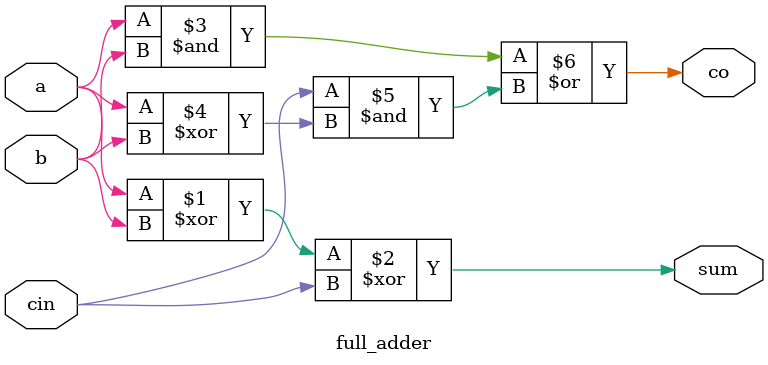
<source format=sv>
module full_adder (
    input logic a,
    input logic b,
    input logic cin,
    output logic sum,
    output logic co
);
    assign sum = a ^ b ^ cin;
    assign co = (a & b) | (cin & (a ^ b));
endmodule

</source>
